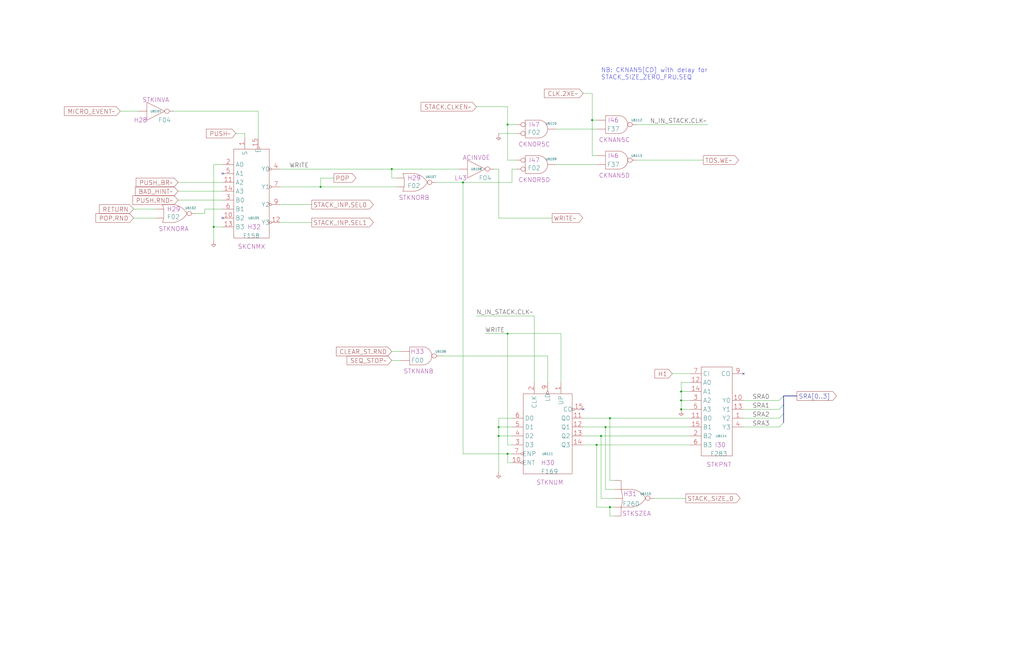
<source format=kicad_sch>
(kicad_sch (version 20230121) (generator eeschema)
  (paper "User" 584.2 378.46)
  (title_block (title "MICRO STACK CONTROL") (date "22-MAY-90") (rev "1.0") (comment 1 "SEQUENCER") (comment 2 "232-003064") (comment 3 "S400") (comment 4 "RELEASED"))
  (lib_symbols
    (symbol "r1000:F00" (pin_numbers hide) (pin_names hide)
      (property "Reference" "U" (at 15.24 0 0))
      (property "Value" "F00" (at 1.905 -5.08 0))
      (property "Location" "___" (at 1.905 0 0))
      (property "Name" "______" (at 2.54 -12.7 0))
      (symbol "F00_0_1"
        (polyline (pts (xy -2.54 -7.62) (xy 5.08 -7.62)) (stroke (width 0.1524)))
        (polyline (pts (xy -2.54 2.54) (xy -2.54 -7.62)) (stroke (width 0.1524)))
        (polyline (pts (xy -2.54 2.54) (xy 5.08 2.54)) (stroke (width 0.1524)))
        (arc (start 5.08 -7.62) (mid 10.1282 -2.54) (end 5.08 2.54) (stroke (width 0.1524)))
        (circle (center 11.43 -2.54) (radius 1.27) (stroke (width 0.1524)))
      )
      (symbol "F00_0_2"
        (circle (center -3.81 -5.08) (radius 1.27) (stroke (width 0.1524)))
        (circle (center -3.81 0) (radius 1.27) (stroke (width 0.1524)))
        (arc (start -3.175 -7.62) (mid -2.134 -2.54) (end -3.175 2.54) (stroke (width 0.1524)))
        (polyline (pts (xy -3.175 -7.62) (xy 3.81 -7.62)) (stroke (width 0.1524)))
        (polyline (pts (xy -3.175 2.54) (xy 3.81 2.54)) (stroke (width 0.1524)))
        (arc (start 3.81 -7.62) (mid 7.5855 -5.8306) (end 10.16 -2.54) (stroke (width 0.1524)))
        (arc (start 10.16 -2.54) (mid 7.5827 0.7471) (end 3.81 2.54) (stroke (width 0.1524)))
      )
      (symbol "F00_1_1"
        (pin input line (at -7.62 0 0) (length 5.08) (name "D0") (number "1"))
        (pin input line (at -7.62 -5.08 0) (length 5.08) (name "D1") (number "2"))
        (pin output line (at 15.24 -2.54 180) (length 2.54) (name "Q") (number "3"))
      )
      (symbol "F00_1_2"
        (pin input line (at -7.62 0 0) (length 2.54) (name "D0") (number "1"))
        (pin input line (at -7.62 -5.08 0) (length 2.54) (name "D1") (number "2"))
        (pin output line (at 15.24 -2.54 180) (length 5.08) (name "Q") (number "3"))
      )
    )
    (symbol "r1000:F02" (pin_numbers hide) (pin_names hide)
      (property "Reference" "U" (at 12.16 0.635 0))
      (property "Value" "F02" (at -1.27 -4.445 0))
      (property "Location" "___" (at 2.54 0 0))
      (property "Name" "______" (at 2.54 -12.7 0))
      (symbol "F02_0_1"
        (arc (start -3.81 -7.62) (mid -2.9847 -2.54) (end -3.81 2.54) (stroke (width 0.1524)))
        (polyline (pts (xy -5.08 -5.08) (xy -3.175 -5.08)) (stroke (width 0.1524)))
        (polyline (pts (xy -5.08 0) (xy -3.175 0)) (stroke (width 0.1524)))
        (polyline (pts (xy -3.81 -7.62) (xy 2.54 -7.62)) (stroke (width 0.1524)))
        (polyline (pts (xy -3.81 2.54) (xy 2.54 2.54)) (stroke (width 0.1524)))
        (polyline (pts (xy 13.97 -2.54) (xy 12.7 -2.54)) (stroke (width 0.1524)))
        (arc (start 2.54 -7.62) (mid 6.9515 -5.9823) (end 10.16 -2.54) (stroke (width 0.1524)))
        (arc (start 10.16 -2.54) (mid 6.9478 0.8966) (end 2.54 2.54) (stroke (width 0.1524)))
        (circle (center 11.43 -2.54) (radius 1.27) (stroke (width 0.1524)))
      )
      (symbol "F02_0_2"
        (circle (center -3.81 -5.08) (radius 1.27) (stroke (width 0.1524)))
        (circle (center -3.81 0) (radius 1.27) (stroke (width 0.1524)))
        (polyline (pts (xy -2.54 -7.62) (xy 5.08 -7.62)) (stroke (width 0.1524)))
        (polyline (pts (xy -2.54 2.54) (xy -2.54 -7.62)) (stroke (width 0.1524)))
        (polyline (pts (xy -2.54 2.54) (xy 5.08 2.54)) (stroke (width 0.1524)))
        (polyline (pts (xy 11.43 -2.54) (xy 10.16 -2.54)) (stroke (width 0.1524)))
        (polyline (pts (xy 11.43 -2.54) (xy 12.7 -2.54)) (stroke (width 0.1524)))
        (arc (start 5.08 -7.62) (mid 10.1282 -2.54) (end 5.08 2.54) (stroke (width 0.1524)))
      )
      (symbol "F02_1_1"
        (pin input line (at -7.62 0 0) (length 2.54) (name "D0") (number "1"))
        (pin input line (at -7.62 -5.08 0) (length 2.54) (name "D1") (number "2"))
        (pin output line (at 15.24 -2.54 180) (length 1.27) (name "Q") (number "3"))
      )
      (symbol "F02_1_2"
        (pin input line (at -7.62 0 0) (length 2.54) (name "D0") (number "1"))
        (pin input line (at -7.62 -5.08 0) (length 2.54) (name "D1") (number "2"))
        (pin output line (at 15.24 -2.54 180) (length 2.54) (name "Q") (number "3"))
      )
    )
    (symbol "r1000:F04" (pin_numbers hide) (pin_names hide)
      (property "Reference" "U" (at 0 0 0))
      (property "Value" "F04" (at 1.27 -5.08 0))
      (property "Location" "___" (at -12.7 -5.08 0))
      (property "Name" "______" (at 0 5.08 0))
      (symbol "F04_0_1"
        (polyline (pts (xy -7.62 0) (xy -5.08 0)) (stroke (width 0.1524)))
        (polyline (pts (xy -5.08 5.08) (xy -5.08 -5.08)) (stroke (width 0.1524)))
        (polyline (pts (xy 5.08 0) (xy -5.08 -5.08)) (stroke (width 0.1524)))
        (polyline (pts (xy 5.08 0) (xy -5.08 5.08)) (stroke (width 0.1524)))
        (circle (center 6.35 0) (radius 1.27) (stroke (width 0.1524)))
      )
      (symbol "F04_1_1"
        (pin input line (at -10.16 0 0) (length 2.54) (name "D0") (number "1"))
        (pin output line (at 10.16 0 180) (length 2.54) (name "Q") (number "2"))
      )
    )
    (symbol "r1000:F158" (pin_names (offset 1.016))
      (property "Reference" "U" (at 2.54 5.08 0))
      (property "Value" "F158" (at -3.81 -5.08 0))
      (property "Location" "___" (at -1.27 0 0))
      (property "Name" "______" (at 1.27 -12.7 0))
      (symbol "F158_1_1"
        (rectangle (start -8.89 44.45) (end 11.43 -6.35))
        (circle (center 5.08 45.085) (radius 0.635))
        (circle (center 12.065 2.54) (radius 0.635))
        (circle (center 12.065 12.7) (radius 0.635))
        (circle (center 12.065 22.86) (radius 0.635))
        (circle (center 12.065 33.02) (radius 0.635))
        (pin input line (at -2.54 50.8 270) (length 6.35) (name "S") (number "1"))
        (pin input line (at -15.24 5.08 0) (length 6.35) (name "B2") (number "10"))
        (pin input line (at -15.24 25.4 0) (length 6.35) (name "A2") (number "11"))
        (pin output line (at 17.78 2.54 180) (length 5.08) (name "Y3") (number "12"))
        (pin input line (at -15.24 0 0) (length 6.35) (name "B3") (number "13"))
        (pin input line (at -15.24 20.32 0) (length 6.35) (name "A3") (number "14"))
        (pin input line (at 5.08 50.8 270) (length 5.08) (name "E") (number "15"))
        (pin input line (at -15.24 35.56 0) (length 6.35) (name "A0") (number "2"))
        (pin input line (at -15.24 15.24 0) (length 6.35) (name "B0") (number "3"))
        (pin output line (at 17.78 33.02 180) (length 5.08) (name "Y0") (number "4"))
        (pin input line (at -15.24 30.48 0) (length 6.35) (name "A1") (number "5"))
        (pin input line (at -15.24 10.16 0) (length 6.35) (name "B1") (number "6"))
        (pin output line (at 17.78 22.86 180) (length 5.08) (name "Y1") (number "7"))
        (pin output line (at 17.78 12.7 180) (length 5.08) (name "Y2") (number "9"))
      )
    )
    (symbol "r1000:F169" (pin_names (offset 1.016))
      (property "Reference" "U" (at 2.54 5.08 0))
      (property "Value" "F169" (at -1.27 -5.08 0))
      (property "Location" "___" (at -1.27 0 0))
      (property "Name" "______" (at 3.81 -12.7 0))
      (symbol "F169_1_1"
        (circle (center -12.065 0) (radius 0.635))
        (circle (center -12.065 5.08) (radius 0.635))
        (rectangle (start -11.43 39.37) (end 16.51 -6.35))
        (circle (center 2.54 40.005) (radius 0.635))
        (circle (center 17.145 30.48) (radius 0.635))
        (pin input line (at 10.16 45.72 270) (length 6.35) (name "UP") (number "1"))
        (pin input line (at -17.78 0 0) (length 5.08) (name "ENT") (number "10"))
        (pin output line (at 22.86 25.4 180) (length 6.35) (name "Q0") (number "11"))
        (pin output line (at 22.86 20.32 180) (length 6.35) (name "Q1") (number "12"))
        (pin output line (at 22.86 15.24 180) (length 6.35) (name "Q2") (number "13"))
        (pin output line (at 22.86 10.16 180) (length 6.35) (name "Q3") (number "14"))
        (pin output line (at 22.86 30.48 180) (length 5.08) (name "CO") (number "15"))
        (pin input line (at -5.08 45.72 270) (length 6.35) (name "CLK") (number "2"))
        (pin input line (at -17.78 10.16 0) (length 6.35) (name "D3") (number "3"))
        (pin input line (at -17.78 15.24 0) (length 6.35) (name "D2") (number "4"))
        (pin input line (at -17.78 20.32 0) (length 6.35) (name "D1") (number "5"))
        (pin input line (at -17.78 25.4 0) (length 6.35) (name "D0") (number "6"))
        (pin input line (at -17.78 5.08 0) (length 5.08) (name "ENP") (number "7"))
        (pin input line (at 2.54 45.72 270) (length 5.08) (name "LD") (number "9"))
      )
    )
    (symbol "r1000:F260" (pin_numbers hide) (pin_names hide)
      (property "Reference" "U" (at 10.16 0 0))
      (property "Value" "F260" (at 1.905 -5.715 0))
      (property "Location" "___" (at 1.27 0 0))
      (property "Name" "______" (at 5.08 -12.7 0))
      (symbol "F260_0_1"
        (arc (start -3.8173 -7.62) (mid -2.9926 -2.54) (end -3.8173 2.54) (stroke (width 0.1524)))
        (polyline (pts (xy -5.08 -7.62) (xy -3.81 -7.62)) (stroke (width 0.1524)))
        (polyline (pts (xy -5.08 -2.54) (xy -3.0226 -2.54)) (stroke (width 0.1524)))
        (polyline (pts (xy -5.08 2.54) (xy -3.81 2.54)) (stroke (width 0.1524)))
        (polyline (pts (xy -3.81 -7.62) (xy 2.54 -7.62)) (stroke (width 0.1524)))
        (polyline (pts (xy -3.81 2.54) (xy 2.54 2.54)) (stroke (width 0.1524)))
        (polyline (pts (xy -5.08 -12.7) (xy -3.81 -12.7) (xy -3.81 -7.62)) (stroke (width 0.1524)))
        (polyline (pts (xy -5.08 7.62) (xy -3.81 7.62) (xy -3.81 2.54)) (stroke (width 0.1524)))
        (arc (start 2.54 -7.62) (mid 6.9504 -5.9805) (end 10.16 -2.54) (stroke (width 0.1524)))
        (arc (start 10.16 -2.54) (mid 6.9516 0.9024) (end 2.54 2.54) (stroke (width 0.1524)))
        (circle (center 11.43 -2.54) (radius 1.27) (stroke (width 0.1524)))
      )
      (symbol "F260_0_2"
        (circle (center -6.35 -12.7) (radius 1.27) (stroke (width 0.1524)))
        (circle (center -6.35 -7.62) (radius 1.27) (stroke (width 0.1524)))
        (circle (center -6.35 -2.54) (radius 1.27) (stroke (width 0.1524)))
        (circle (center -6.35 2.54) (radius 1.27) (stroke (width 0.1524)))
        (circle (center -6.35 7.62) (radius 1.27) (stroke (width 0.1524)))
        (polyline (pts (xy -5.08 -13.97) (xy -5.08 8.89)) (stroke (width 0.1524)))
        (polyline (pts (xy -5.08 -7.62) (xy 2.54 -7.62)) (stroke (width 0.1524)))
        (polyline (pts (xy -5.08 2.54) (xy 2.54 2.54)) (stroke (width 0.1524)))
        (arc (start 2.54 -7.62) (mid 6.1321 -6.1321) (end 7.62 -2.54) (stroke (width 0.1524)))
        (arc (start 7.62 -2.54) (mid 6.1321 1.0521) (end 2.54 2.54) (stroke (width 0.1524)))
      )
      (symbol "F260_1_1"
        (pin input line (at -7.62 -2.54 0) (length 2.54) (name "D2") (number "1"))
        (pin input line (at -7.62 7.62 0) (length 2.54) (name "D0") (number "12"))
        (pin input line (at -7.62 2.54 0) (length 2.54) (name "D1") (number "13"))
        (pin input line (at -7.62 -7.62 0) (length 2.54) (name "D3") (number "2"))
        (pin input line (at -7.62 -12.7 0) (length 2.54) (name "D4") (number "3"))
        (pin output line (at 15.24 -2.54 180) (length 2.54) (name "Q") (number "5"))
      )
      (symbol "F260_1_2"
        (pin input line (at -7.62 -2.54 0) (length 0) (name "D2") (number "1"))
        (pin input line (at -7.62 7.62 0) (length 0) (name "D0") (number "12"))
        (pin input line (at -7.62 2.54 0) (length 0) (name "D1") (number "13"))
        (pin input line (at -7.62 -7.62 0) (length 0) (name "D3") (number "2"))
        (pin input line (at -7.62 -12.7 0) (length 0) (name "D4") (number "3"))
        (pin output line (at 15.24 -2.54 180) (length 7.62) (name "Q") (number "5"))
      )
    )
    (symbol "r1000:F283" (pin_names (offset 1.016))
      (property "Reference" "U" (at 2.54 5.08 0))
      (property "Value" "F283" (at -3.81 -5.08 0))
      (property "Location" "___" (at -1.27 0 0))
      (property "Name" "______" (at 1.27 -12.7 0))
      (symbol "F283_1_1"
        (rectangle (start -8.89 44.45) (end 8.89 -6.35))
        (pin output line (at 15.24 15.24 180) (length 6.35) (name "Y2") (number "1"))
        (pin output line (at 15.24 25.4 180) (length 6.35) (name "Y0") (number "10"))
        (pin input line (at -15.24 15.24 0) (length 6.35) (name "B0") (number "11"))
        (pin input line (at -15.24 35.56 0) (length 6.35) (name "A0") (number "12"))
        (pin output line (at 15.24 20.32 180) (length 6.35) (name "Y1") (number "13"))
        (pin input line (at -15.24 30.48 0) (length 6.35) (name "A1") (number "14"))
        (pin input line (at -15.24 10.16 0) (length 6.35) (name "B1") (number "15"))
        (pin input line (at -15.24 5.08 0) (length 6.35) (name "B2") (number "2"))
        (pin input line (at -15.24 25.4 0) (length 6.35) (name "A2") (number "3"))
        (pin output line (at 15.24 10.16 180) (length 6.35) (name "Y3") (number "4"))
        (pin input line (at -15.24 20.32 0) (length 6.35) (name "A3") (number "5"))
        (pin input line (at -15.24 0 0) (length 6.35) (name "B3") (number "6"))
        (pin input line (at -15.24 40.64 0) (length 6.35) (name "CI") (number "7"))
        (pin output line (at 15.24 40.64 180) (length 6.35) (name "CO") (number "9"))
      )
    )
    (symbol "r1000:F37" (pin_numbers hide) (pin_names (offset 0) hide)
      (property "Reference" "U" (at 15.24 0 0))
      (property "Value" "F37" (at 1.905 -5.08 0))
      (property "Location" "___" (at 1.905 0 0))
      (property "Name" "______" (at 2.54 -12.7 0))
      (symbol "F37_0_1"
        (polyline (pts (xy -2.54 -7.62) (xy 5.08 -7.62)) (stroke (width 0.1524)))
        (polyline (pts (xy -2.54 2.54) (xy -2.54 -7.62)) (stroke (width 0.1524)))
        (polyline (pts (xy -2.54 2.54) (xy 5.08 2.54)) (stroke (width 0.1524)))
        (arc (start 5.08 -7.62) (mid 10.1282 -2.54) (end 5.08 2.54) (stroke (width 0.1524)))
        (circle (center 11.43 -2.54) (radius 1.27) (stroke (width 0.1524)))
      )
      (symbol "F37_0_2"
        (circle (center -3.81 -5.08) (radius 1.27) (stroke (width 0.1524)))
        (circle (center -3.81 0) (radius 1.27) (stroke (width 0.1524)))
        (arc (start -3.175 -7.62) (mid -2.134 -2.54) (end -3.175 2.54) (stroke (width 0.1524)))
        (polyline (pts (xy -3.175 -7.62) (xy 3.81 -7.62)) (stroke (width 0.1524)))
        (polyline (pts (xy -3.175 2.54) (xy 3.81 2.54)) (stroke (width 0.1524)))
        (arc (start 3.81 -7.62) (mid 7.5855 -5.8306) (end 10.16 -2.54) (stroke (width 0.1524)))
        (arc (start 10.16 -2.54) (mid 7.5827 0.7471) (end 3.81 2.54) (stroke (width 0.1524)))
      )
      (symbol "F37_1_1"
        (pin input line (at -7.62 0 0) (length 5.08) (name "D0") (number "1"))
        (pin input line (at -7.62 -5.08 0) (length 5.08) (name "D1") (number "2"))
        (pin output line (at 15.24 -2.54 180) (length 2.54) (name "Q") (number "3"))
      )
      (symbol "F37_1_2"
        (pin input line (at -7.62 0 0) (length 2.54) (name "D0") (number "1"))
        (pin input line (at -7.62 -5.08 0) (length 2.54) (name "D1") (number "2"))
        (pin output line (at 15.24 -2.54 180) (length 5.08) (name "Q") (number "3"))
      )
    )
    (symbol "r1000:PD" (power) (pin_numbers hide) (pin_names hide) (in_bom no)
      (symbol "PD_0_1"
        (polyline (pts (xy 0 -2.54) (xy 1.27 -2.54) (xy 0 -3.81) (xy -1.27 -2.54) (xy 0 -2.54)) (stroke (width 0.1524)))
      )
      (symbol "PD_1_1"
        (pin power_in line (at 0 0 270) (length 2.54) (name "PD") (number "1"))
      )
    )
  )
  (junction (at 284.48 248.92))
  (junction (at 121.92 129.54))
  (junction (at 337.82 68.58))
  (junction (at 388.62 233.68))
  (junction (at 345.44 243.84))
  (junction (at 289.56 190.5))
  (junction (at 223.52 96.52))
  (junction (at 347.98 289.56))
  (junction (at 388.62 228.6))
  (junction (at 388.62 223.52))
  (junction (at 264.16 104.14))
  (junction (at 284.48 243.84))
  (junction (at 347.98 238.76))
  (junction (at 182.88 106.68))
  (junction (at 289.56 71.12))
  (junction (at 342.9 248.92))
  (junction (at 340.36 254))
  (junction (at 289.56 259.08))
  (no_connect (at 424.18 213.36))
  (no_connect (at 127 124.46))
  (no_connect (at 332.74 233.68))
  (no_connect (at 127 99.06))
  (bus_entry (at 447.04 226.06) (size -2.54 2.54))
  (bus_entry (at 447.04 236.22) (size -2.54 2.54))
  (bus_entry (at 447.04 241.3) (size -2.54 2.54))
  (bus_entry (at 447.04 231.14) (size -2.54 2.54))
  (wire (pts (xy 383.54 213.36) (xy 393.7 213.36)))
  (wire (pts (xy 127 93.98) (xy 121.92 93.98)))
  (wire (pts (xy 160.02 96.52) (xy 223.52 96.52)))
  (wire (pts (xy 424.18 233.68) (xy 444.5 233.68)))
  (wire (pts (xy 101.6 104.14) (xy 127 104.14)))
  (wire (pts (xy 294.64 91.44) (xy 289.56 91.44)))
  (wire (pts (xy 424.18 238.76) (xy 444.5 238.76)))
  (wire (pts (xy 337.82 88.9) (xy 337.82 68.58)))
  (wire (pts (xy 284.48 248.92) (xy 292.1 248.92)))
  (wire (pts (xy 342.9 248.92) (xy 393.7 248.92)))
  (wire (pts (xy 294.64 96.52) (xy 292.1 96.52)))
  (wire (pts (xy 320.04 190.5) (xy 289.56 190.5)))
  (wire (pts (xy 190.5 101.6) (xy 182.88 101.6)))
  (wire (pts (xy 337.82 53.34) (xy 337.82 68.58)))
  (wire (pts (xy 332.74 53.34) (xy 337.82 53.34)))
  (wire (pts (xy 289.56 259.08) (xy 264.16 259.08)))
  (wire (pts (xy 182.88 101.6) (xy 182.88 106.68)))
  (wire (pts (xy 223.52 200.66) (xy 228.6 200.66)))
  (wire (pts (xy 251.46 203.2) (xy 312.42 203.2)))
  (wire (pts (xy 363.22 71.12) (xy 403.86 71.12)))
  (wire (pts (xy 292.1 264.16) (xy 289.56 264.16)))
  (wire (pts (xy 317.5 73.66) (xy 340.36 73.66)))
  (wire (pts (xy 347.98 294.64) (xy 347.98 289.56)))
  (wire (pts (xy 350.52 279.4) (xy 345.44 279.4)))
  (wire (pts (xy 424.18 228.6) (xy 444.5 228.6)))
  (wire (pts (xy 284.48 76.2) (xy 294.64 76.2)))
  (wire (pts (xy 292.1 254) (xy 289.56 254)))
  (wire (pts (xy 121.92 93.98) (xy 121.92 129.54)))
  (wire (pts (xy 223.52 101.6) (xy 223.52 96.52)))
  (wire (pts (xy 340.36 254) (xy 340.36 289.56)))
  (wire (pts (xy 271.78 180.34) (xy 304.8 180.34)))
  (wire (pts (xy 147.32 63.5) (xy 147.32 78.74)))
  (wire (pts (xy 424.18 243.84) (xy 444.5 243.84)))
  (wire (pts (xy 388.62 223.52) (xy 388.62 228.6)))
  (wire (pts (xy 337.82 68.58) (xy 340.36 68.58)))
  (wire (pts (xy 317.5 93.98) (xy 340.36 93.98)))
  (wire (pts (xy 289.56 190.5) (xy 276.86 190.5)))
  (bus (pts (xy 447.04 226.06) (xy 454.66 226.06)))
  (wire (pts (xy 347.98 289.56) (xy 350.52 289.56)))
  (wire (pts (xy 139.7 78.74) (xy 139.7 76.2)))
  (wire (pts (xy 345.44 243.84) (xy 393.7 243.84)))
  (wire (pts (xy 223.52 96.52) (xy 261.62 96.52)))
  (wire (pts (xy 393.7 218.44) (xy 388.62 218.44)))
  (wire (pts (xy 350.52 294.64) (xy 347.98 294.64)))
  (wire (pts (xy 264.16 259.08) (xy 264.16 104.14)))
  (wire (pts (xy 292.1 104.14) (xy 264.16 104.14)))
  (wire (pts (xy 388.62 228.6) (xy 388.62 233.68)))
  (wire (pts (xy 226.06 101.6) (xy 223.52 101.6)))
  (wire (pts (xy 121.92 129.54) (xy 121.92 137.16)))
  (wire (pts (xy 284.48 243.84) (xy 284.48 248.92)))
  (wire (pts (xy 312.42 203.2) (xy 312.42 218.44)))
  (wire (pts (xy 160.02 106.68) (xy 182.88 106.68)))
  (wire (pts (xy 284.48 243.84) (xy 292.1 243.84)))
  (wire (pts (xy 393.7 228.6) (xy 388.62 228.6)))
  (wire (pts (xy 350.52 284.48) (xy 342.9 284.48)))
  (wire (pts (xy 160.02 127) (xy 177.8 127)))
  (wire (pts (xy 320.04 218.44) (xy 320.04 190.5)))
  (wire (pts (xy 292.1 96.52) (xy 292.1 104.14)))
  (wire (pts (xy 271.78 60.96) (xy 289.56 60.96)))
  (wire (pts (xy 111.76 121.92) (xy 116.84 121.92)))
  (wire (pts (xy 340.36 88.9) (xy 337.82 88.9)))
  (wire (pts (xy 121.92 129.54) (xy 127 129.54)))
  (bus (pts (xy 447.04 226.06) (xy 447.04 231.14)))
  (wire (pts (xy 116.84 119.38) (xy 127 119.38)))
  (wire (pts (xy 373.38 284.48) (xy 391.16 284.48)))
  (wire (pts (xy 388.62 218.44) (xy 388.62 223.52)))
  (wire (pts (xy 284.48 124.46) (xy 314.96 124.46)))
  (wire (pts (xy 340.36 254) (xy 393.7 254)))
  (wire (pts (xy 76.2 124.46) (xy 88.9 124.46)))
  (wire (pts (xy 332.74 243.84) (xy 345.44 243.84)))
  (wire (pts (xy 134.62 76.2) (xy 139.7 76.2)))
  (wire (pts (xy 304.8 180.34) (xy 304.8 218.44)))
  (wire (pts (xy 101.6 114.3) (xy 127 114.3)))
  (wire (pts (xy 116.84 121.92) (xy 116.84 119.38)))
  (wire (pts (xy 160.02 116.84) (xy 177.8 116.84)))
  (wire (pts (xy 284.48 248.92) (xy 284.48 269.24)))
  (wire (pts (xy 345.44 243.84) (xy 345.44 279.4)))
  (wire (pts (xy 289.56 60.96) (xy 289.56 71.12)))
  (wire (pts (xy 292.1 238.76) (xy 284.48 238.76)))
  (bus (pts (xy 447.04 231.14) (xy 447.04 236.22)))
  (wire (pts (xy 289.56 264.16) (xy 289.56 259.08)))
  (wire (pts (xy 347.98 238.76) (xy 347.98 274.32)))
  (wire (pts (xy 223.52 205.74) (xy 228.6 205.74)))
  (wire (pts (xy 347.98 238.76) (xy 393.7 238.76)))
  (wire (pts (xy 68.58 63.5) (xy 78.74 63.5)))
  (wire (pts (xy 292.1 259.08) (xy 289.56 259.08)))
  (wire (pts (xy 281.94 96.52) (xy 284.48 96.52)))
  (wire (pts (xy 76.2 119.38) (xy 88.9 119.38)))
  (wire (pts (xy 284.48 238.76) (xy 284.48 243.84)))
  (wire (pts (xy 363.22 91.44) (xy 401.32 91.44)))
  (bus (pts (xy 447.04 236.22) (xy 447.04 241.3)))
  (wire (pts (xy 332.74 238.76) (xy 347.98 238.76)))
  (wire (pts (xy 342.9 248.92) (xy 342.9 284.48)))
  (wire (pts (xy 332.74 248.92) (xy 342.9 248.92)))
  (wire (pts (xy 99.06 63.5) (xy 147.32 63.5)))
  (wire (pts (xy 388.62 233.68) (xy 393.7 233.68)))
  (wire (pts (xy 264.16 104.14) (xy 248.92 104.14)))
  (wire (pts (xy 350.52 274.32) (xy 347.98 274.32)))
  (wire (pts (xy 332.74 254) (xy 340.36 254)))
  (wire (pts (xy 284.48 96.52) (xy 284.48 124.46)))
  (wire (pts (xy 289.56 91.44) (xy 289.56 71.12)))
  (wire (pts (xy 101.6 109.22) (xy 127 109.22)))
  (wire (pts (xy 289.56 71.12) (xy 294.64 71.12)))
  (wire (pts (xy 182.88 106.68) (xy 226.06 106.68)))
  (wire (pts (xy 289.56 190.5) (xy 289.56 254)))
  (wire (pts (xy 393.7 223.52) (xy 388.62 223.52)))
  (wire (pts (xy 347.98 289.56) (xy 340.36 289.56)))
  (text "NB: CKNAN5[CD] with delay for\nSTACK_SIZE_ZERO_FRU.SEQ" (at 342.9 45.72 0) (effects (font (size 2.54 2.54)) (justify left bottom)))
  (label "SRA3" (at 429.26 243.84 0) (effects (font (size 2.54 2.54))))
  (label "N_IN_STACK.CLK~" (at 271.78 180.34 0) (effects (font (size 2.54 2.54))))
  (label "SRA1" (at 429.26 233.68 0) (effects (font (size 2.54 2.54))))
  (label "WRITE" (at 165.1 96.52 0) (effects (font (size 2.54 2.54))))
  (label "WRITE" (at 276.86 190.5 0) (effects (font (size 2.54 2.54))))
  (label "SRA0" (at 429.26 228.6 0) (effects (font (size 2.54 2.54))))
  (label "SRA2" (at 429.26 238.76 0) (effects (font (size 2.54 2.54))))
  (label "N_IN_STACK.CLK~" (at 370.84 71.12 0) (effects (font (size 2.54 2.54))))
  (global_label "SEQ_STOP~" (shape input) (at 223.52 205.74 180) (effects (font (size 2.54 2.54))) (property "Intersheetrefs" "${INTERSHEET_REFS}" (at 198.0111 205.5813 0) (effects (font (size 1.905 1.905)) (justify right))))
  (global_label "RETURN" (shape input) (at 76.2 119.38 180) (effects (font (size 2.54 2.54))) (property "Intersheetrefs" "${INTERSHEET_REFS}" (at 56.7388 119.2213 0) (effects (font (size 1.905 1.905)) (justify right))))
  (global_label "CLEAR_ST.RND" (shape input) (at 223.52 200.66 180) (effects (font (size 2.54 2.54))) (property "Intersheetrefs" "${INTERSHEET_REFS}" (at 191.8426 200.5013 0) (effects (font (size 1.905 1.905)) (justify right))))
  (global_label "BAD_HINT~" (shape input) (at 101.6 109.22 180) (effects (font (size 2.54 2.54))) (property "Intersheetrefs" "${INTERSHEET_REFS}" (at 77.3007 109.0613 0) (effects (font (size 1.905 1.905)) (justify right))))
  (global_label "POP.RND" (shape input) (at 76.2 124.46 180) (effects (font (size 2.54 2.54))) (property "Intersheetrefs" "${INTERSHEET_REFS}" (at 54.6826 124.3013 0) (effects (font (size 1.905 1.905)) (justify right))))
  (global_label "MICRO_EVENT~" (shape input) (at 68.58 63.5 180) (effects (font (size 2.54 2.54))) (property "Intersheetrefs" "${INTERSHEET_REFS}" (at 36.7816 63.3413 0) (effects (font (size 1.905 1.905)) (justify right))))
  (global_label "PUSH~" (shape input) (at 134.62 76.2 180) (effects (font (size 2.54 2.54))) (property "Intersheetrefs" "${INTERSHEET_REFS}" (at 117.6988 76.0413 0) (effects (font (size 1.905 1.905)) (justify right))))
  (global_label "PUSH_BR~" (shape input) (at 101.6 104.14 180) (effects (font (size 2.54 2.54))) (property "Intersheetrefs" "${INTERSHEET_REFS}" (at 77.6635 103.9813 0) (effects (font (size 1.905 1.905)) (justify right))))
  (global_label "STACK_SIZE_0" (shape output) (at 391.16 284.48 0) (effects (font (size 2.54 2.54))) (property "Intersheetrefs" "${INTERSHEET_REFS}" (at 422.2327 284.3213 0) (effects (font (size 1.905 1.905)) (justify left))))
  (global_label "WRITE~" (shape output) (at 314.96 124.46 0) (effects (font (size 2.54 2.54))) (property "Intersheetrefs" "${INTERSHEET_REFS}" (at 332.486 124.3013 0) (effects (font (size 1.905 1.905)) (justify left))))
  (global_label "STACK_INP.SEL0" (shape output) (at 177.8 116.84 0) (effects (font (size 2.54 2.54))) (property "Intersheetrefs" "${INTERSHEET_REFS}" (at 212.985 116.6813 0) (effects (font (size 1.905 1.905)) (justify left))))
  (global_label "STACK.CLKEN~" (shape input) (at 271.78 60.96 180) (effects (font (size 2.54 2.54))) (property "Intersheetrefs" "${INTERSHEET_REFS}" (at 240.2235 60.8013 0) (effects (font (size 1.905 1.905)) (justify right))))
  (global_label "TOS.WE~" (shape output) (at 401.32 91.44 0) (effects (font (size 2.54 2.54))) (property "Intersheetrefs" "${INTERSHEET_REFS}" (at 421.386 91.2813 0) (effects (font (size 1.905 1.905)) (justify left))))
  (global_label "PUSH.RND~" (shape input) (at 101.6 114.3 180) (effects (font (size 2.54 2.54))) (property "Intersheetrefs" "${INTERSHEET_REFS}" (at 75.7283 114.1413 0) (effects (font (size 1.905 1.905)) (justify right))))
  (global_label "STACK_INP.SEL1" (shape output) (at 177.8 127 0) (effects (font (size 2.54 2.54))) (property "Intersheetrefs" "${INTERSHEET_REFS}" (at 212.985 126.8413 0) (effects (font (size 1.905 1.905)) (justify left))))
  (global_label "H1" (shape input) (at 383.54 213.36 180) (effects (font (size 2.54 2.54))) (property "Intersheetrefs" "${INTERSHEET_REFS}" (at 373.634 213.2013 0) (effects (font (size 1.905 1.905)) (justify right))))
  (global_label "CLK.2XE~" (shape input) (at 332.74 53.34 180) (effects (font (size 2.54 2.54))) (property "Intersheetrefs" "${INTERSHEET_REFS}" (at 304.4492 53.1813 0) (effects (font (size 1.905 1.905)) (justify right))))
  (global_label "SRA[0..3]" (shape output) (at 454.66 226.06 0) (effects (font (size 2.54 2.54))) (property "Intersheetrefs" "${INTERSHEET_REFS}" (at 477.647 225.9013 0) (effects (font (size 1.905 1.905)) (justify left))))
  (global_label "POP" (shape output) (at 190.5 101.6 0) (effects (font (size 2.54 2.54))) (property "Intersheetrefs" "${INTERSHEET_REFS}" (at 203.067 101.4413 0) (effects (font (size 1.905 1.905)) (justify left))))
  (symbol (lib_id "r1000:F00") (at 236.22 200.66 0) (unit 1)
    (property "Reference" "U6106" (at 251.46 200.66 0))
    (property "Value" "F00" (at 238.125 205.74 0) (effects (font (size 2.54 2.54))))
    (property "Location" "H33" (at 238.125 200.66 0) (effects (font (size 2.54 2.54))))
    (property "Name" "STKNANB" (at 238.76 213.36 0) (effects (font (size 2.54 2.54)) (justify bottom)))
  )
  (symbol (lib_id "r1000:F04") (at 271.78 96.52 0) (unit 1)
    (property "Reference" "U6108" (at 271.78 96.52 0))
    (property "Value" "F04" (at 273.05 101.6 0) (effects (font (size 2.54 2.54)) (justify left)))
    (property "Location" "L43" (at 259.08 101.6 0) (effects (font (size 2.54 2.54)) (justify left)))
    (property "Name" "ACINV0E" (at 271.78 91.44 0) (effects (font (size 2.54 2.54)) (justify bottom)))
  )
  (symbol (lib_id "r1000:F04") (at 88.9 63.5 0) (unit 1)
    (property "Reference" "U6101" (at 88.9 63.5 0))
    (property "Value" "F04" (at 90.17 68.58 0) (effects (font (size 2.54 2.54)) (justify left)))
    (property "Location" "H28" (at 76.2 68.58 0) (effects (font (size 2.54 2.54)) (justify left)))
    (property "Name" "STKINVA" (at 88.9 58.42 0) (effects (font (size 2.54 2.54)) (justify bottom)))
  )
  (symbol (lib_id "r1000:F37") (at 347.98 88.9 0) (unit 1)
    (property "Reference" "U6113" (at 363.22 88.9 0))
    (property "Value" "F37" (at 349.885 93.98 0) (effects (font (size 2.54 2.54))))
    (property "Location" "I46" (at 349.885 88.9 0) (effects (font (size 2.54 2.54))))
    (property "Name" "CKNAN5D" (at 350.52 101.6 0) (effects (font (size 2.54 2.54)) (justify bottom)))
  )
  (symbol (lib_id "r1000:F02") (at 233.68 101.6 0) (unit 1)
    (property "Reference" "U6107" (at 245.84 100.965 0))
    (property "Value" "F02" (at 232.41 106.045 0) (effects (font (size 2.54 2.54)) (justify left)))
    (property "Location" "H29" (at 236.22 101.6 0) (effects (font (size 2.54 2.54))))
    (property "Name" "STKNORB" (at 236.22 114.3 0) (effects (font (size 2.54 2.54)) (justify bottom)))
  )
  (symbol (lib_id "r1000:F02") (at 96.52 119.38 0) (unit 1)
    (property "Reference" "U6102" (at 108.68 118.745 0))
    (property "Value" "F02" (at 95.25 123.825 0) (effects (font (size 2.54 2.54)) (justify left)))
    (property "Location" "H29" (at 99.06 119.38 0) (effects (font (size 2.54 2.54))))
    (property "Name" "STKNORA" (at 99.06 132.08 0) (effects (font (size 2.54 2.54)) (justify bottom)))
  )
  (symbol (lib_id "r1000:F169") (at 309.88 264.16 0) (unit 1)
    (property "Reference" "U6111" (at 312.42 259.08 0))
    (property "Value" "F169" (at 308.61 269.24 0) (effects (font (size 2.54 2.54)) (justify left)))
    (property "Location" "H30" (at 308.61 264.16 0) (effects (font (size 2.54 2.54)) (justify left)))
    (property "Name" "STKNUM" (at 313.69 276.86 0) (effects (font (size 2.54 2.54)) (justify bottom)))
  )
  (symbol (lib_id "r1000:F260") (at 358.14 281.94 0) (unit 1)
    (property "Reference" "U6115" (at 368.3 281.94 0))
    (property "Value" "F260" (at 360.045 287.655 0) (effects (font (size 2.54 2.54))))
    (property "Location" "H31" (at 359.41 281.94 0) (effects (font (size 2.54 2.54))))
    (property "Name" "STKSZEA" (at 363.22 294.64 0) (effects (font (size 2.54 2.54)) (justify bottom)))
  )
  (symbol (lib_id "r1000:F37") (at 347.98 68.58 0) (unit 1)
    (property "Reference" "U6112" (at 363.22 68.58 0))
    (property "Value" "F37" (at 349.885 73.66 0) (effects (font (size 2.54 2.54))))
    (property "Location" "I46" (at 349.885 68.58 0) (effects (font (size 2.54 2.54))))
    (property "Name" "CKNAN5C" (at 350.52 81.28 0) (effects (font (size 2.54 2.54)) (justify bottom)))
  )
  (symbol (lib_id "r1000:F02") (at 302.26 71.12 0) (unit 1) (convert 2)
    (property "Reference" "U6110" (at 314.42 70.485 0))
    (property "Value" "F02" (at 300.99 75.565 0) (effects (font (size 2.54 2.54)) (justify left)))
    (property "Location" "I47" (at 304.8 71.12 0) (effects (font (size 2.54 2.54))))
    (property "Name" "CKNOR5C" (at 304.8 83.82 0) (effects (font (size 2.54 2.54)) (justify bottom)))
  )
  (symbol (lib_id "r1000:PD") (at 284.48 269.24 0) (unit 1) (in_bom no)
    (property "Reference" "#PWR06104" (effects hide))
    (property "Value" "PD" (effects hide))
  )
  (symbol (lib_id "r1000:PD") (at 121.92 137.16 0) (unit 1) (in_bom no)
    (property "Reference" "#PWR06102" (effects hide))
    (property "Value" "PD" (effects hide))
  )
  (symbol (lib_id "r1000:F158") (at 142.24 129.54 0) (unit 1)
    (property "Reference" "U6105" (at 144.78 124.46 0))
    (property "Value" "F158" (at 138.43 134.62 0) (effects (font (size 2.54 2.54)) (justify left)))
    (property "Location" "H32" (at 140.97 129.54 0) (effects (font (size 2.54 2.54)) (justify left)))
    (property "Name" "SKCNMX" (at 143.51 142.24 0) (effects (font (size 2.54 2.54)) (justify bottom)))
  )
  (symbol (lib_id "r1000:F283") (at 408.94 254 0) (unit 1)
    (property "Reference" "U6114" (at 411.48 248.92 0))
    (property "Value" "F283" (at 405.13 259.08 0) (effects (font (size 2.54 2.54)) (justify left)))
    (property "Location" "I30" (at 407.67 254 0) (effects (font (size 2.54 2.54)) (justify left)))
    (property "Name" "STKPNT" (at 410.21 266.7 0) (effects (font (size 2.54 2.54)) (justify bottom)))
  )
  (symbol (lib_id "r1000:PD") (at 388.62 233.68 0) (unit 1) (in_bom no)
    (property "Reference" "#PWR06105" (effects hide))
    (property "Value" "PD" (effects hide))
  )
  (symbol (lib_id "r1000:F02") (at 302.26 91.44 0) (unit 1) (convert 2)
    (property "Reference" "U6109" (at 314.42 90.805 0))
    (property "Value" "F02" (at 300.99 95.885 0) (effects (font (size 2.54 2.54)) (justify left)))
    (property "Location" "I47" (at 304.8 91.44 0) (effects (font (size 2.54 2.54))))
    (property "Name" "CKNOR5D" (at 304.8 104.14 0) (effects (font (size 2.54 2.54)) (justify bottom)))
  )
  (symbol (lib_id "r1000:PD") (at 284.48 76.2 0) (unit 1) (in_bom no)
    (property "Reference" "#PWR06103" (effects hide))
    (property "Value" "PD" (effects hide))
  )
)
</source>
